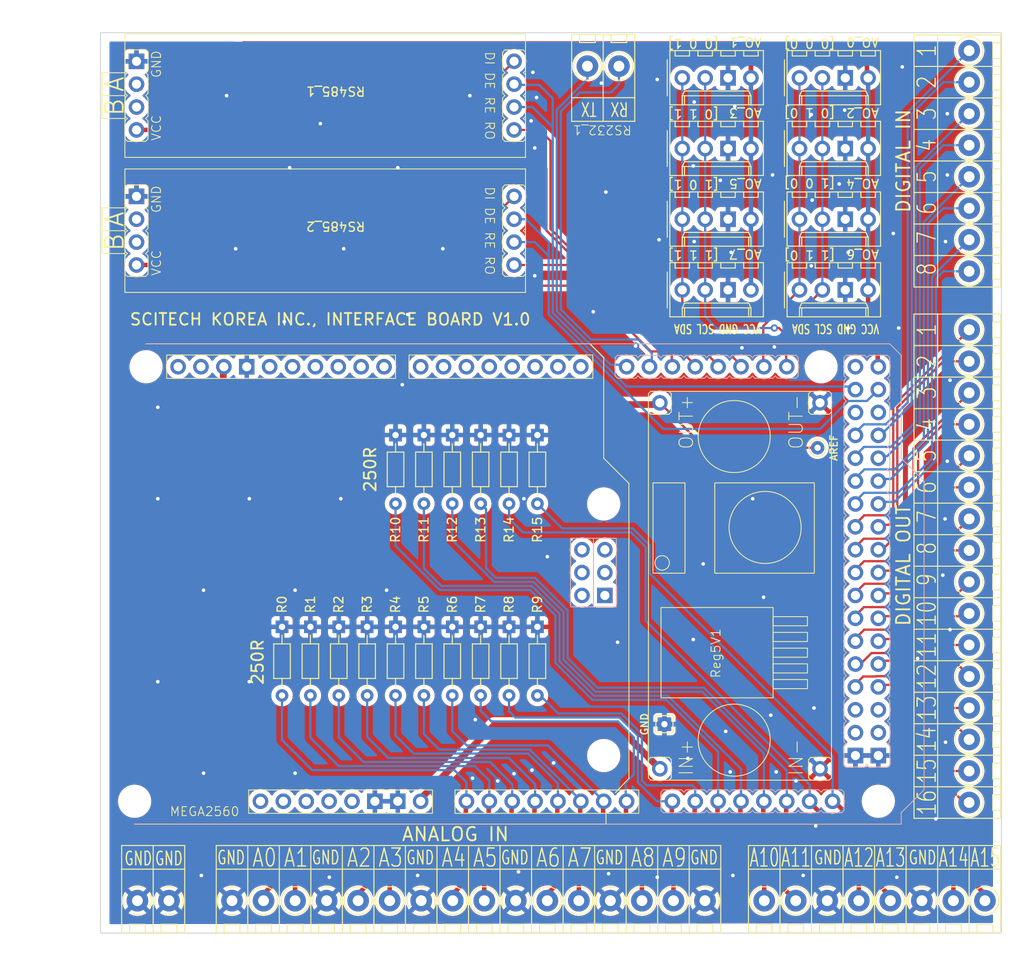
<source format=kicad_pcb>
(kicad_pcb (version 20221018) (generator pcbnew)

  (general
    (thickness 1.6)
  )

  (paper "A4")
  (layers
    (0 "F.Cu" signal)
    (31 "B.Cu" signal)
    (32 "B.Adhes" user "B.Adhesive")
    (33 "F.Adhes" user "F.Adhesive")
    (34 "B.Paste" user)
    (35 "F.Paste" user)
    (36 "B.SilkS" user "B.Silkscreen")
    (37 "F.SilkS" user "F.Silkscreen")
    (38 "B.Mask" user)
    (39 "F.Mask" user)
    (40 "Dwgs.User" user "User.Drawings")
    (41 "Cmts.User" user "User.Comments")
    (42 "Eco1.User" user "User.Eco1")
    (43 "Eco2.User" user "User.Eco2")
    (44 "Edge.Cuts" user)
    (45 "Margin" user)
    (46 "B.CrtYd" user "B.Courtyard")
    (47 "F.CrtYd" user "F.Courtyard")
    (48 "B.Fab" user)
    (49 "F.Fab" user)
    (50 "User.1" user)
    (51 "User.2" user)
    (52 "User.3" user)
    (53 "User.4" user)
    (54 "User.5" user)
    (55 "User.6" user)
    (56 "User.7" user)
    (57 "User.8" user)
    (58 "User.9" user)
  )

  (setup
    (stackup
      (layer "F.SilkS" (type "Top Silk Screen"))
      (layer "F.Paste" (type "Top Solder Paste"))
      (layer "F.Mask" (type "Top Solder Mask") (thickness 0.01))
      (layer "F.Cu" (type "copper") (thickness 0.035))
      (layer "dielectric 1" (type "core") (thickness 1.51) (material "FR4") (epsilon_r 4.5) (loss_tangent 0.02))
      (layer "B.Cu" (type "copper") (thickness 0.035))
      (layer "B.Mask" (type "Bottom Solder Mask") (thickness 0.01))
      (layer "B.Paste" (type "Bottom Solder Paste"))
      (layer "B.SilkS" (type "Bottom Silk Screen"))
      (copper_finish "None")
      (dielectric_constraints no)
    )
    (pad_to_mask_clearance 0)
    (aux_axis_origin 150 0)
    (pcbplotparams
      (layerselection 0x00010fc_ffffffff)
      (plot_on_all_layers_selection 0x0000000_00000000)
      (disableapertmacros false)
      (usegerberextensions false)
      (usegerberattributes true)
      (usegerberadvancedattributes true)
      (creategerberjobfile true)
      (dashed_line_dash_ratio 12.000000)
      (dashed_line_gap_ratio 3.000000)
      (svgprecision 4)
      (plotframeref false)
      (viasonmask false)
      (mode 1)
      (useauxorigin false)
      (hpglpennumber 1)
      (hpglpenspeed 20)
      (hpglpendiameter 15.000000)
      (dxfpolygonmode true)
      (dxfimperialunits true)
      (dxfusepcbnewfont true)
      (psnegative false)
      (psa4output false)
      (plotreference true)
      (plotvalue true)
      (plotinvisibletext false)
      (sketchpadsonfab false)
      (subtractmaskfromsilk false)
      (outputformat 1)
      (mirror false)
      (drillshape 0)
      (scaleselection 1)
      (outputdirectory "gerber/")
    )
  )

  (net 0 "")
  (net 1 "TX1")
  (net 2 "EN_485_1")
  (net 3 "RX1")
  (net 4 "TX2")
  (net 5 "A00")
  (net 6 "A01")
  (net 7 "A02")
  (net 8 "A03")
  (net 9 "A04")
  (net 10 "A05")
  (net 11 "A06")
  (net 12 "A07")
  (net 13 "A08")
  (net 14 "A09")
  (net 15 "A10")
  (net 16 "A11")
  (net 17 "A12")
  (net 18 "A13")
  (net 19 "A14")
  (net 20 "A15")
  (net 21 "VIN")
  (net 22 "AREF")
  (net 23 "GND")
  (net 24 "DO_00")
  (net 25 "DO_01")
  (net 26 "DO_02")
  (net 27 "DO_03")
  (net 28 "DO_04")
  (net 29 "DO_05")
  (net 30 "DO_06")
  (net 31 "DO_07")
  (net 32 "DO_08")
  (net 33 "DO_09")
  (net 34 "DO_10")
  (net 35 "DO_11")
  (net 36 "DO_12")
  (net 37 "DO_13")
  (net 38 "DO_14")
  (net 39 "DO_15")
  (net 40 "DI_00")
  (net 41 "DI_01")
  (net 42 "DI_02")
  (net 43 "DI_03")
  (net 44 "DI_04")
  (net 45 "DI_05")
  (net 46 "DI_06")
  (net 47 "DI_07")
  (net 48 "5V")
  (net 49 "SCL")
  (net 50 "SDA")
  (net 51 "EN_485_2")
  (net 52 "RX2")
  (net 53 "RX3")
  (net 54 "TX3")
  (net 55 "unconnected-(RS485_1-A-Pad6)")
  (net 56 "unconnected-(RS485_1-B-Pad7)")
  (net 57 "unconnected-(RS485_2-A-Pad6)")
  (net 58 "unconnected-(RS485_2-B-Pad7)")
  (net 59 "unconnected-(MEGA2560-PadSDA)")
  (net 60 "unconnected-(MEGA2560-PadSCL)")
  (net 61 "unconnected-(MEGA2560-SPI_SCK-PadSCK)")
  (net 62 "unconnected-(MEGA2560-SPI_RESET-PadRST2)")
  (net 63 "unconnected-(MEGA2560-RESET-PadRST1)")
  (net 64 "unconnected-(MEGA2560-SPI_MOSI-PadMOSI)")
  (net 65 "unconnected-(MEGA2560-SPI_MISO-PadMISO)")
  (net 66 "unconnected-(MEGA2560-IOREF-PadIORF)")
  (net 67 "unconnected-(MEGA2560-SPI_GND-PadGND4)")
  (net 68 "unconnected-(MEGA2560-D53_CS-PadD53)")
  (net 69 "unconnected-(MEGA2560-D52_SCK-PadD52)")
  (net 70 "unconnected-(MEGA2560-D51_MOSI-PadD51)")
  (net 71 "unconnected-(MEGA2560-D50_MISO-PadD50)")
  (net 72 "unconnected-(MEGA2560-PadD13)")
  (net 73 "unconnected-(MEGA2560-PadD12)")
  (net 74 "unconnected-(MEGA2560-PadD11)")
  (net 75 "unconnected-(MEGA2560-PadD10)")
  (net 76 "unconnected-(MEGA2560-PadD9)")
  (net 77 "unconnected-(MEGA2560-PadD8)")
  (net 78 "unconnected-(MEGA2560-PadD7)")
  (net 79 "unconnected-(MEGA2560-PadD6)")
  (net 80 "unconnected-(MEGA2560-PadD5)")
  (net 81 "unconnected-(MEGA2560-PadD4)")
  (net 82 "unconnected-(MEGA2560-D3_INT1-PadD3)")
  (net 83 "unconnected-(MEGA2560-D2_INT0-PadD2)")
  (net 84 "unconnected-(MEGA2560-D1{slash}TX0-PadD1)")
  (net 85 "unconnected-(MEGA2560-D0{slash}RX0-PadD0)")
  (net 86 "unconnected-(MEGA2560-5V-Pad5V3)")
  (net 87 "unconnected-(MEGA2560-SPI_5V-Pad5V2)")
  (net 88 "unconnected-(MEGA2560-5V-Pad5V1)")
  (net 89 "unconnected-(MEGA2560-3.3V-Pad3V3)")
  (net 90 "LED_2")
  (net 91 "LED_1")

  (footprint "ScitechKorea:Holder485" (layer "F.Cu") (at 125.91 70.8 90))

  (footprint "TestPoint:TestPoint_THTPad_D1.5mm_Drill0.7mm" (layer "F.Cu") (at 159.6 106.1 90))

  (footprint "ScitechKorea:Terminal_08" (layer "F.Cu") (at 153.675 156.4))

  (footprint "Resistor_THT:R_Axial_DIN0204_L3.6mm_D1.6mm_P7.62mm_Horizontal" (layer "F.Cu") (at 122.2 112.31 90))

  (footprint "Resistor_THT:R_Axial_DIN0204_L3.6mm_D1.6mm_P7.62mm_Horizontal" (layer "F.Cu") (at 119.05 112.31 90))

  (footprint "ScitechKorea:Terminal_02" (layer "F.Cu") (at 137.45 63.72 180))

  (footprint "Resistor_THT:R_Axial_DIN0204_L3.6mm_D1.6mm_P7.62mm_Horizontal" (layer "F.Cu") (at 125.35 112.31 90))

  (footprint "ScitechKorea:Holder485" (layer "F.Cu") (at 125.91 85.8 90))

  (footprint "Resistor_THT:R_Axial_DIN0204_L3.6mm_D1.6mm_P7.62mm_Horizontal" (layer "F.Cu") (at 115.9 133.61 90))

  (footprint "Resistor_THT:R_Axial_DIN0204_L3.6mm_D1.6mm_P7.62mm_Horizontal" (layer "F.Cu") (at 128.5 133.61 90))

  (footprint "ScitechKorea:I2C_Socket" (layer "F.Cu") (at 144.58 88.57))

  (footprint "ScitechKorea:Terminal_16" (layer "F.Cu") (at 94.6 156.4))

  (footprint "Resistor_THT:R_Axial_DIN0204_L3.6mm_D1.6mm_P7.62mm_Horizontal" (layer "F.Cu") (at 122.2 133.61 90))

  (footprint "Resistor_THT:R_Axial_DIN0204_L3.6mm_D1.6mm_P7.62mm_Horizontal" (layer "F.Cu") (at 125.35 133.61 90))

  (footprint "ScitechKorea:Terminal_16" (layer "F.Cu")
    (tstamp 82ba54e0-d9a3-4eb8-b16f-836390da95cf)
    (at 176.425 145.5 90)
    (property "Sheetfile" "megaPCB.kicad_sch")
    (property "Sheetname" "")
    (property "ki_description" "Generic screw terminal, single row, 01x16, script generated (kicad-library-utils/schlib/autogen/connector/)")
    (property "ki_keywords" "screw terminal")
    (path "/0a22604f-efdc-4349-aaa6-b8dfcb193ce4")
    (attr through_hole)
    (fp_text reference "J2" (at -6.1 -7.9 90 unlocked) (layer "F.SilkS") hide
        (effects (font (size 1 1) (thickness 0.1)))
      (tstamp 35139d77-017b-4936-a9a1-66e6e30b1ba5)
    )
    (fp_text value "Screw_Terminal_01x16" (at -6.1 -6.4 90 unlocked) (layer "F.Fab") hide
        (effects (font (size 1 1) (thickness 0.15)))
      (tstamp 93890ad7-21bd-4a77-93b8-0e8f63e71015)
    )
    (fp_text user "${REFERENCE}" (at 3.5 -4.8625 90) (layer "F.Fab")
        (effects (font (size 1 1) (thickness 0.15)))
      (tstamp 8269f258-0b3e-4053-9114-db944b6aed70)
    )
    (fp_line (start -1.75 -6.125) (end 54.25 -6.125)
      (stroke (width 0.12) (type solid)) (layer "F.SilkS") (tstamp 9c5f033d-d241-4000-a32f-090f75ffdff6))
    (fp_line (start -1.75 -3.5) (end -1.75 -6.125)
      (stroke (width 0.12) (type solid)) (layer "F.SilkS") (tstamp fa2a6b58-ada3-434c-86e3-235226c9d242))
    (fp_line (start -1.75 -3.5) (end -1.75 3.5)
      (stroke (width 0.12) (type solid)) (layer "F.SilkS") (tstamp f1329992-4e37-4aa2-be6a-064554492d32))
    (fp_line (start -1.75 -3.5) (end 54.25 -3.5)
      (stroke (width 0.12) (type solid)) (layer "F.SilkS") (tstamp 08afdbf9-77c4-4ca3-b46a-fd317d091ac7))
    (fp_line (start -1.75 3.5) (end 54.25 3.5)
      (stroke (width 0.12) (type solid)) (layer "F.SilkS") (tstamp 23e66bb2-a647-48c5-8542-2599a0247bb2))
    (fp_line (start -0.875 2.625) (end 0.875 2.625)
      (stroke (width 0.12) (type solid)) (layer "F.SilkS") (tstamp 7bcad752-1c77-423c-8841-cf588c73dd16))
    (fp_line (start -0.875 3.5) (end -0.875 2.625)
      (stroke (width 0.12) (type solid)) (layer "F.SilkS") (tstamp d8a86204-da31-428a-91a6-d84aa8e06daf))
    (fp_line (start 0.875 2.625) (end 0.875 3.5)
      (stroke (width 0.12) (type solid)) (layer "F.SilkS") (tstamp a94d1be1-5d3e-4478-9b9b-3df263765cc1))
    (fp_line (start 1.75 -6.125) (end 1.75 3.5)
      (stroke (width 0.12) (type solid)) (layer "F.SilkS") (tstamp 39051a52-0297-462a-99a8-cf2cb412fac7))
    (fp_line (start 2.625 2.625) (end 4.375 2.625)
      (stroke (width 0.12) (type solid)) (layer "F.SilkS") (tstamp 41b611a5-cb82-4f6a-a8dd-c4d07dc3d7db))
    (fp_line (start 2.625 3.5) (end 2.625 2.625)
      (stroke (width 0.12) (type solid)) (layer "F.SilkS") (tstamp dd18f381-2044-4e35-bd7a-8858ecab9fb5))
    (fp_line (start 4.375 2.625) (end 4.375 3.5)
      (stroke (width 0.12) (type solid)) (layer "F.SilkS") (tstamp 54f65a5a-ea43-4226-811e-82dac2064cc5))
    (fp_line (start 5.25 -6.125) (end 5.25 3.5)
      (stroke (width 0.12) (type solid)) (layer "F.SilkS") (tstamp 5fd48d34-d535-42a1-9176-5438df76bf51))
    (fp_line (start 6.125 2.625) (end 7.875 2.625)
      (stroke (width 0.12) (type solid)) (layer "F.SilkS") (tstamp 3ef2a0c3-9b14-49a7-ac23-6801ec6d404b))
    (fp_line (start 6.125 3.5) (end 6.125 2.625)
      (stroke (width 0.12) (type solid)) (layer "F.SilkS") (tstamp 03734158-0007-4fca-b6ab-d7c9a78dbad7))
    (fp_line (start 7.875 2.625) (end 7.875 3.5)
      (stroke (width 0.12) (type solid)) (layer "F.SilkS") (tstamp 3ddb5a8d-b4b5-4ef5-b2f1-09bcba19b399))
    (fp_line (start 8.75 -6.125) (end 8.75 3.5)
      (stroke (width 0.12) (type solid)) (layer "F.SilkS") (tstamp e317076b-2557-4fe8-a1ed-a1347e4bf7b7))
    (fp_line (start 9.625 2.625) (end 11.375 2.625)
      (stroke (width 0.12) (type solid)) (layer "F.SilkS") (tstamp d4978c4a-92c1-4dc7-a7b4-5a066d5ef432))
    (fp_line (start 9.625 3.5) (end 9.625 2.625)
      (stroke (width 0.12) (type solid)) (layer "F.SilkS") (tstamp c7b410bc-867a-4697-85a8-55393135f722))
    (fp_line (start 11.375 2.625) (end 11.375 3.5)
      (stroke (width 0.12) (type solid)) (layer "F.SilkS") (tstamp eabd3541-4b7a-4774-bd1a-91098f91bc43))
    (fp_line (start 12.25 -6.125) (end 12.25 3.5)
      (stroke (width 0.12) (type solid)) (layer "F.SilkS") (tstamp 0fa236aa-a9bb-4d98-acb6-eb3f057204c6))
    (fp_line (start 13.125 2.625) (end 14.875 2.625)
      (stroke (width 0.12) (type solid)) (layer "F.SilkS") (tstamp 9daa59bb-fcc1-4689-9df8-6861d7bafa28))
    (fp_line (start 13.125 3.5) (end 13.125 2.625)
      (stroke (width 0.12) (type solid)) (layer "F.SilkS") (tstamp 100d3f62-6421-4fbf-8b48-ae523f4863df))
    (fp_line (start 14.875 2.625) (end 14.875 3.5)
      (stroke (width 0.12) (type solid)) (layer "F.SilkS") (tstamp 5f44dbb4-6745-4f50-94a1-c7f9a7692501))
    (fp_line (start 15.75 -6.125) (end 15.75 3.5)
      (stroke (width 0.12) (type solid)) (layer "F.SilkS") (tstamp c1e67808-6184-4080-b8fc-e4b55592a3bb))
    (fp_line (start 16.625 2.625) (end 18.375 2.625)
      (stroke (width 0.12) (type solid)) (layer "F.SilkS") (tstamp 9c14edec-02ea-4096-841c-4d76e66a6d1b))
    (fp_line (start 16.625 3.5) (end 16.625 2.625)
      (stroke (width 0.12) (type solid)) (layer "F.SilkS") (tstamp d91e5d51-e674-48e2-adbf-54d64b69ba58))
    (fp_line (start 18.375 2.625) (end 18.375 3.5)
      (stroke (width 0.12) (type solid)) (layer "F.SilkS") (tstamp 43bf2c1d-7305-48c8-a2ee-614b71544ad8))
    (fp_line (start 19.25 -6.125) (end 19.25 3.5)
      (stroke (width 0.12) (type solid)) (layer "F.SilkS") (tstamp 5aafc7eb-62af-48f2-9c21-1dfe0d25b4c6))
    (fp_line (start 20.125 2.625) (end 21.875 2.625)
      (stroke (width 0.12) (type solid)) (layer "F.SilkS") (tstamp a4cca183-6c7c-41ec-830b-04b493464aa8))
    (fp_line (start 20.125 3.5) (end 20.125 2.625)
      (stroke (width 0.12) (type solid)) (layer "F.SilkS") (tstamp 839d9fff-93d4-4f9b-83d1-dab7c03c3bfc))
    (fp_line (start 21.875 2.625) (end 21.875 3.5)
      (stroke (width 0.12) (type solid)) (layer "F.SilkS") (tstamp 832a0668-8221-44e1-87af-2382bbcd4538))
    (fp_line (start 22.75 -6.125) (end 22.75 3.5)
      (stroke (width 0.12) (type solid)) (layer "F.SilkS") (tstamp de920423-d1c2-43c2-9d03-2cfc8c22c86f))
    (fp_line (start 23.625 2.625) (end 25.375 2.625)
      (stroke (width 0.12) (type solid)) (layer "F.SilkS") (tstamp e0dab445-9eec-4697-8bde-28cb65a64bb3))
    (fp_line (start 23.625 3.5) (end 23.625 2.625)
      (stroke (width 0.12) (type solid)) (layer "F.SilkS") (tstamp d845520d-a4fb-46b8-9f82-4ba8c38a36ff))
    (fp_line (start 25.375 2.625) (end 25.375 3.5)
      (stroke (width 0.12) (type solid)) (layer "F.SilkS") (tstamp dc883ddd-ee99-439a-a18a-75c980c6ee52))
    (fp_line (start 26.25 -6.125) (end 26.25 3.5)
      (stroke (width 0.12) (type solid)) (layer "F.SilkS") (tstamp c8fc3096-e7c1-4307-92c8-6ff448634727))
    (fp_line (start 27.125 2.625) (end 28.875 2.625)
      (stroke (width 0.12) (type solid)) (layer "F.SilkS") (tstamp 4097f69e-2bd5-412f-9a42-ed32adc2deb6))
    (fp_line (start 27.125 3.5) (end 27.125 2.625)
      (stroke (width 0.12) (type solid)) (layer "F.SilkS") (tstamp b156c731-2857-4292-a096-39d5cde6b472))
    (fp_line (start 28.875 2.625) (end 28.875 3.5)
      (stroke (width 0.12) (type solid)) (layer "F.SilkS") (tstamp 84c688f7-b3d5-430d-b6fa-fde2039f361d))
    (fp_line (start 29.75 -6.125) (end 29.75 3.5)
      (stroke (width 0.12) (type solid)) (layer "F.SilkS") (tstamp 5d4a4e7e-4223-4afa-a2d4-58d36a4f3128))
    (fp_line (start 30.625 2.625) (end 32.375 2.625)
      (stroke (width 0.12) (type solid)) (layer "F.SilkS") (tstamp 869b418d-cf9c-415a-bbca-f6fad4fad2a4))
    (fp_line (start 30.625 3.5) (end 30.625 2.625)
      (stroke (width 0.12) (type solid)) (layer "F.SilkS") (tstamp 247d828d-2ea6-45c5-9e55-ce3612b0f0cc))
    (fp_line (start 32.375 2.625) (end 32.375 3.5)
      (stroke (width 0.12) (type solid)) (layer "F.SilkS") (tstamp dcd7fb77-9231-461a-8acc-a95f314b4bfb))
    (fp_line (start 33.25 -6.125) (end 33.25 2.625)
      (stroke (width 0.12) (type solid)) (layer "F.SilkS") (tstamp ff47d419-5157-4c74-afe8-77da9f644c22))
    (fp_line (start 33.25 2.625) (end 33.25 3.5)
      (stroke (width 0.12) (type solid)) (layer "F.SilkS") (tstamp 338473d0-0455-4e88-aecc-9bc082d26e44))
    (fp_line (start 34.125 2.625) (end 35.875 2.625)
      (stroke (width 0.12) (type solid)) (layer "F.SilkS") (tstamp 45b540ca-6199-4142-861e-562714fef5e7))
    (fp_line (start 34.125 3.5) (end 34.125 2.625)
      (stroke (width 0.12) (type solid)) (layer "F.SilkS") (tstamp aa05f9a2-c1c3-4d93-9cba-5e84f0ae13bf))
    (fp_line (start 35.875 2.625) (end 35.875 3.5)
      (stroke (width 0.12) (type solid)) (layer "F.SilkS") (tstamp a6822e40-10ee-46e7-bcd8-c4939121af94))
    (fp_line (start 36.75 -6.125) (end 36.75 3.5)
      (stroke (width 0.12) (type solid)) (layer "F.SilkS") (tstamp 94d5e88a-4c6a-4786-8949-6e99ec7ba43d))
    (fp_line (start 37.625 2.625) (end 39.375 2.625)
      (stroke (width 0.12) (type solid)) (layer "F.SilkS") (tstamp 7465fb52-1638-4e88-8123-c5605d4b4eed))
    (fp_line (start 37.625 3.5) (end 37.625 2.625)
      (stroke (width 0.12) (type solid)) (layer "F.SilkS") (tstamp f490ef13-9e19-4f75-bdd3-d58e610e16fc))
    (fp_line (start 39.375 2.625) (end 39.375 3.5)
      (stroke (width 0.12) (type solid)) (layer "F.SilkS") (tstamp 124c379f-3596-489e-aaf3-9558ddc43a34))
    (fp_line (start 40.25 -6.125) (end 40.25 3.5)
      (stroke (width 0.12) (type solid)) (layer "F.SilkS") (tstamp 2769c7d6-dd36-423c-98a9-1f4136f2b50c))
    (fp_line (start 41.125 2.625) (end 42.875 2.625)
      (stroke (width 0.12) (type solid)) (layer "F.SilkS") (tstamp ce4a8778-611d-49fa-b67c-51ebc598ba18))
    (fp_line (start 41.125 3.5) (end 41.125 2.625)
      (stroke (width 0.12) (type solid)) (layer "F.SilkS") (tstamp 24b37d74-50ec-49e7-bfc0-2c6535f43ec9))
    (fp_line (start 42.875 2.625) (end 42.875 3.5)
      (stroke (width 0.12) (type solid)) (layer "F.SilkS") (tstamp 1da8847e-7d75-4496-9436-5d3602261fa2))
    (fp_line (start 43.75 -6.125) (end 43.75 3.5)
      (stroke (width 0.12) (type solid)) (layer "F.SilkS") (tstamp d5b4ffe8-4352-4008-9e7f-f26a303ed51b))
    (fp_line (start 44.625 2.625) (end 46.375 2.625)
      (stroke (width 0.12) (type solid)) (layer "F.SilkS") (tstamp e7e23770-005d-4a23-90e5-313a99a7ced7))
    (fp_line (start 44.625 3.5) (end 44.625 2.625)
      (stroke (width 0.12) (type solid)) (layer "F.SilkS") (tstamp b2a80f35-14d9-4492-a310-4ffaf2bab03f))
    (fp_line (start 46.375 2.625) (end 46.375 3.5)
      (stroke (width 0.12) (type solid)) (layer "F.SilkS") (tstamp ad71e2e2-002a-4767-a604-9ff80be10e30))
    (fp_line (start 47.25 -6.125) (end 47.25 3.5)
      (stroke (width 0.12) (type solid)) (layer "F.SilkS") (tstamp a08a2bd5-329d-42c2-95f3-3f1ef234894c))
    (fp_line (start 48.125 2.625) (end 49.875 2.625)
      (stroke (width 0.12) (type solid)) (layer "F.SilkS") (tstamp 5afa3da2-16a3-48fb-af80-244ee313faf1))
    (fp_line (start 48.125 3.5) (end 48.125 2.625)
      (stroke (width 0.12) (type solid)) (layer "F.SilkS") (tstamp 5d1090ba-14cb-4b14-b19e-7bd00c30843e))
    (fp_line (start 49.875 2.625) (end 49.875 3.5)
      (stroke (width 0.12) (type solid)) (layer "F.SilkS") (tstamp aac39643-3e1f-41fe-ae9f-0c3f4ff1f7aa))
    (fp_line (start 50.75 -6.125) (end 50.75 3.5)
      (stroke (width 0.12) (type solid)) (layer "F.SilkS") (tstamp 4ef3c708-98fa-4e56-9f1a-38f5cf6827a8))
    (fp_line (start 51.625 2.625) (end 53.375 2.625)
      (stroke (width 0.12) (type solid)) (layer "F.SilkS") (tstamp 41c5a88a-eedf-4247-857b-c0c7dd78860b))
    (fp_line (start 51.625 3.5) (end 51.625 2.625)
      (stroke (width 0.12) (type solid)) (layer "F.SilkS") (tstamp fb8b4ab5-ad2b-4253-8fdb-4301eb34ed3d))
    (fp_line (start 53.375 2.625) (end 53.375 3.5)
      (stroke (width 0.12) (type solid)) (layer "F.SilkS") (tstamp 7d30b97c-2b05-43bb-b1f3-2aaeb86c5654))
    (fp_line (start 54.25 -6.125) (end 54.25 -3.5)
      (stroke (width 0.12) (type solid)) (layer "F.SilkS") (tstamp 0c9725be-1871-42f2-8589-f67095bcb3e7))
    (fp_line (start 54.25 -3.5) (end 54.25 3.5)
      (stroke (width 0.12) (type solid)) (layer "F.SilkS") (tstamp e31b8b4a-8d54-4218-85c0-ef7d3321d5da))
    (fp_circle (center 0 0.0056) (end 1.555 0.0056)
      (stroke (width 0.12) (type solid)) (fill none) (layer "F.SilkS") (tstamp 82c82b69-b45a-4f78-955e-a57d0a43f427))
    (fp_circle (center 3.5 0) (end 5.055 0)
      (stroke (width 0.12) (type solid)) (fill none) (layer "F.SilkS") (tstamp cd9eee93-0c34-4e66-b426-5e8835b2b909))
    (fp_circle (center 7 0) (end 8.555 0)
      (stroke (width 0.12) (type solid)) (fill none) (layer "F.SilkS") (tstamp 1227902c-32b3-4fc2-b7a1-1479471a8285))
    (fp_circle (center 10.5 0) (end 12.055 0)
      (stroke (width 0.12) (type solid)) (fill none) (layer "F.SilkS") (tstamp 6a56f6b2-a6ea-48e0-a5e5-a8de2ee17645))
    (fp_circle (center 14 0) (end 15.555 0)
      (stroke (width 0.12) (type solid)) (fill none) (layer "F.SilkS") (tstamp 4d9b7b41-f46e-4b83-a22a-0c48357d4435))
    (fp_circle (center 17.5 0) (end 19.055 0)
      (stroke (width 0.12) (type solid)) (fill none) (layer "F.SilkS") (tstamp 1be20118-1c88-4c09-9bde-ec56484dbfc1))
    (fp_circle (center 21 0) (end 22.555 0)
      (stroke (width 0.12) (type solid)) (fill none) (layer "F.SilkS") (tstamp 76829dd2-5d7c-4871-af5d-53f76ae39fe8))
    (fp_circle (center 24.5 0) (end 26.055 0)
      (stroke (width 0.12) (type solid)) (fill none) (layer "F.SilkS") (tstamp d9aacc38-4527-421d-a299-430d02c21138))
    (fp_circle (center 28 0) (end 29.555 0)
      (stroke (width 0.12) (type solid)) (fill none) (layer "F.SilkS") (tstamp d6eb423d-e7ba-4f71-985d-d2c21ab73c2d))
    (fp_circle (center 31.5 0) (end 33.055 0)
      (stroke (width 0.12) (type solid)) (fill none) (layer "F.SilkS") (tstamp b4c43937-dd61-4086-b550-f27dc809c55c))
    (fp_circle (center 35 0) (end 36.555 0)
      (stroke (width 0.12) (type solid)) (fill none) (layer "F.SilkS") (tstamp bcfd142b-d010-444b-8f74-7941f4521956))
    (fp_circle (center 38.5 0) (end 40.055 0)
      (stroke (width 0.12) (type solid)) (fill none) (layer "F.SilkS") (tstamp f9aa4e51-e847-4499-8c2c-502d3cea0c04))
    (fp_circle (center 42 0) (end 43.555 0)
      (stroke (width 0.12) (type solid)) (fill none) (layer "F.SilkS") (tstamp 7bb68415-ecbb-4646-91f6-9f5d43e53b60))
    (fp_circle (center 45.5 0) (end 47.055 0)
      (stroke (width 0.12) (type solid)) (fill none) (layer "F.SilkS") (tstamp d2a58fad-a36f-453b-9d16-4a4d0c18a5af))
    (fp_circle (center 49 0) (end 50.555 0)
      (stroke (width 0.12) (type solid)) (fill none) (layer "F.SilkS") (tstamp 8b2c6d71-0d89-4be4-919d-a063f8c3ed3a))
    (fp_circle (center 52.5 0) (end 54.055 0)
      (stroke (width 0.12) (type solid)) (fill none) (layer "F.SilkS") (tstamp 364f19b8-72c7-4cac-a70f-ee4c97f34821))
    (fp_line (start -1.85 -3.6) (end -1.85 3.6)
      (stroke (width 0.05) (type solid)) (layer "F.CrtYd") (tstamp 7cbf74ee-4acb-412f-8cad-5904fa163fde))
    (fp_line (start -1.85 3.6) (end 54.35 3.6)
      (stroke (width 0.05) (type solid)) (layer "F.CrtYd") (tstamp ac5f3a83-af8d-4a57-9f19-9f6a5176ac2f))
    (fp_line (start 54.35 -3.6) (end -1.85 -3.6)
      (stroke (width 0.05) (type solid)) (layer "F.CrtYd") (tstamp 3aebe942-7822-4582-aada-dd8f741085e8))
    (fp_line (start 54.35 3.6) (end 54.35 -3.6)
      (stroke (width 0.05) (type solid)) (layer "F.CrtYd") (tstamp 3bf6c1b1-65c7-4269-bca7-47d735440d74))
    (fp_line (start -1.7 -3.4) (end 54.2 -3.4)
      (stroke (width 0.1) (type solid)) (layer "F.Fab") (tstamp f5d54fd2-cd8d-4507-aa4b-4e07619ce1c1))
    (fp_line (start -1.7 3.4) (end -1.7 -3.4)
      (stroke (width 0.1) (type solid)) (layer "F.Fab") (tstamp 97cbe4d4-3a8a-45ae-87fe-02f2ac5d4c1b))
    (fp_line (start -1.7 3.4) (end 54.2 3.4)
      (stroke (width 0.1) (type solid)) (layer "F.Fab") (tstamp bfe3873e-0fb4-40b2-b7bd-d752391d8f69))
    (fp_line (start -1.1 -0.069) (end -0.069 -0.069)
      (stroke (width 0.1) (type solid)) (layer "F.Fab") (tstamp b4e4de86-a2e5-4225-9cbe-494d0e2b870e))
    (fp_line (start -1.1 0.069) (end -1.1 -0.069)
      (stroke (width 0.1) (type solid)) (layer "F.Fab") (tstamp 62fb1aed-8be9-4abd-99ec-7d8ca3de9985))
    (fp_line (start -0.069 -1.1) (end 0.069 -1.1)
      (stroke (width 0.1) (type solid)) (layer "F.Fab") (tstamp 344d5b70-16c9-4576-affa-9ae96d921365))
    (fp_line (start -0.069 -0.069) (end -0.069 -1.1)
      (stroke (width 0.1) (type solid)) (layer "F.Fab") (tstamp 62fdf183-6c57-4814-b188-13d289a8ecdd))
    (fp_line (start -0.069 0.069) (end -1.1 0.069)
      (stroke (width 0.1) (type solid)) (layer "F.Fab") (tstamp 1c6c1a2c-8528-4b3c-af93-7015f83ddd17))
    (fp_line (start -0.069 1.1) (end -0.069 0.069)
      (stroke (width 0.1) (type solid)) (layer "F.Fab") (tstamp e88a8d31-86ee-481f-ac94-2b08cdc013ef))
    (fp_line (start 0.069 -1.1) (end 0.069 -0.069)
      (stroke (width 0.1) (type solid)) (layer "F.Fab") (tstamp ca1d2f86-d6f8-48b3-80ea-fc75d4bf8c6d))
    (fp_line (start 0.069 -0.069) (end 1.1 -0.069)
      (stroke (width 0.1) (type solid)) (layer "F.Fab") (tstamp eef2fb05-93ad-4320-9ea8-b4ea14f3fbb1))
    (fp_line (start 0.069 0.069) (end 0.069 1.1)
      (stroke (width 0.1) (type solid)) (layer "F.Fab") (tstamp 7abfddb5-2868-4284-954c-141d7337aa41))
    (fp_line (start 0.069 1.1) (end -0.069 1.1)
      (stroke (width 0.1) (type solid)) (layer "F.Fab") (tstamp 30e0aa1d-dac7-485c-acd5-79661c5dd3e4))
    (fp_line (start 1.1 -0.069) (end 1.1 0.069)
      (stroke (width 0.1) (type solid)) (layer "F.Fab") (tstamp c012df61-b10d-4ca9-8d04-2d2dc7f4de50))
    (fp_line (start 1.1 0.069) (end 0.069 0.069)
      (stroke (width 0.1) (type solid)) (layer "F.Fab") (tstamp 2c41d123-54c1-489b-acd7-bbf2160cad7b))
    (fp_line (start 2.4 -0.069) (end 3.431 -0.069)
      (stroke (width 0.1) (type solid)) (layer "F.Fab") (tstamp d1ed4a6f-e04e-4bae-9de4-99aee704eafb))
    (fp_line (start 2.4 0.069) (end 2.4 -0.069)
      (stroke (width 0.1) (type solid)) (layer "F.Fab") (tstamp 828552fe-e919-4ffc-b6bc-78ab4c227a1a))
    (fp_line (start 3.431 -1.1) (end 3.569 -1.1)
      (stroke (width 0.1) (type solid)) (layer "F.Fab") (tstamp 98982534-21f8-4208-a059-d65d6a05db88))
    (fp_line (start 3.431 -0.069) (end 3.431 -1.1)
      (stroke (width 0.1) (type solid)) (layer "F.Fab") (tstamp 74eeed57-9d61-4ddc-92a2-a33b5817cde7))
    (fp_line (start 3.431 0.069) (end 2.4 0.069)
      (stroke (width 0.1) (type solid)) (layer "F.Fab") (tstamp d4d879a1-cbda-41e6-9168-cf7d2ce27991))
    (fp_line (start 3.431 1.1) (end 3.431 0.069)
      (stroke (width 0.1) (type solid)) (layer "F.Fab") (tstamp 04432a53-045a-4111-9961-0fbb5a53e199))
    (fp_line (start 3.569 -1.1) (end 3.569 -0.069)
      (stroke (width 0.1) (type solid)) (layer "F.Fab") (tstamp fabea8af-2c1f-4026-a69b-ca9b9a659970))
    (fp_line (start 3.569 -0.069) (end 4.6 -0.069)
      (stroke (width 0.1) (type solid)) (layer "F.Fab") (tstamp 7e30e610-d068-477c-9ee8-34221ea7b378))
    (fp_line (start 3.569 0.069) (end 3.569 1.1)
      (stroke (width 0.1) (type solid)) (layer "F.Fab") (tstamp 2007175b-0d63-4680-8345-8ddf9d0eb40b))
    (fp_line (start 3.569 1.1) (end 3.431 1.1)
      (stroke (width 0.1) (type solid)) (layer "F.Fab") (tstamp b5774d88-bde0-4a01-8781-dc0c001af9ef))
    (fp_line (start 4.6 -0.069) (end 4.6 0.069)
      (stroke (width 0.1) (type solid)) (layer "F.Fab") (tstamp 55e5f508-e5ab-4b04-ad51-408dd898e075))
    (fp_line (start 4.6 0.069) (end 3.569 0.069)
      (stroke (width 0.1) (type solid)) (layer "F.Fab") (tstamp 4adc73f0-4cf8-4875-bba3-27c23a802d5a))
    (fp_line (start 5.9 -0.069) (end 6.931 -0.069)
      (stroke (width 0.1) (type solid)) (layer "F.Fab") (tstamp f66473c3-18fa-4b9c-8745-a5bf1bbd658a))
    (fp_line (start 5.9 0.069) (end 5.9 -0.069)
      (stroke (width 0.1) (type solid)) (layer "F.Fab") (tstamp 0c4e5d5d-e4d3-4b04-a45a-83fdd0a3f021))
    (fp_line (start 6.931 -1.1) (end 7.069 -1.1)
      (stroke (width 0.1) (type solid)) (layer "F.Fab") (tstamp 5210df8d-f3df-4677-831a-ed8c0554329a))
    (fp_line (start 6.931 -0.069) (end 6.931 -1.1)
      (stroke (width 0.1) (type solid)) (layer "F.Fab") (tstamp 51791ff4-0bd5-4533-9f6e-da00407211d3))
    (fp_line (start 6.931 0.069) (end 5.9 0.069)
      (stroke (width 0.1) (type solid)) (layer "F.Fab") (tstamp 26a3db4a-e96e-4723-8a81-9b22de359164))
    (fp_line (start 6.931 1.1) (end 6.931 0.069)
      (stroke (width 0.1) (type solid)) (layer "F.Fab") (tstamp f136981d-db64-49c7-a745-8d965fd0084f))
    (fp_line (start 7.069 -1.1) (end 7.069 -0.069)
      (stroke (width 0.1) (type solid)) (layer "F.Fab") (tstamp 30e15d00-5020-4238-ab54-9e2549a42295))
    (fp_line (start 7.069 -0.069) (end 8.1 -0.069)
      (stroke (width 0.1) (type solid)) (layer "F.Fab") (tstamp 2ac7d418-8128-45a5-a65f-ea10f4d1fc39))
    (fp_line (start 7.069 0.069) (end 7.069 1.1)
      (stroke (width 0.1) (type solid)) (layer "F.Fab") (tstamp 15169e7a-8122-47b8-868c-c2eafeca90f4))
    (fp_line (start 7.069 1.1) (end 6.931 1.1)
      (stroke (width 0.1) (type solid)) (layer "F.Fab") (tstamp df034f3c-5e8b-4850-865d-6fb9779fa1dc))
    (fp_line (start 8.1 -0.069) (end 8.1 0.069)
      (stroke (width 0.1) (type solid)) (layer "F.Fab") (tstamp 7ae13ec9-7b4d-45cb-8820-1729ac9a35ae))
    (fp_line (start 8.1 0.069) (end 7.069 0.069)
      (stroke (width 0.1) (type solid)) (layer "F.Fab") (tstamp 09297288-786f-41ec-8110-a7d55ef0b763))
    (fp_line (start 9.4 -0.069) (end 10.431 -0.069)
      (stroke (width 0.1) (type solid)) (layer "F.Fab") (tstamp b6c366c0-ae27-4b30-8f12-cfa9987f8a90))
    (fp_line (start 9.4 0.069) (end 9.4 -0.069)
      (stroke (width 0.1) (type solid)) (layer "F.Fab") (tstamp 29ca131d-5a9c-484e-af87-66fa59b77b0d))
    (fp_line (start 10.431 -1.1) (end 10.569 -1.1)
      (stroke (width 0.1) (type solid)) (layer "F.Fab") (tstamp 85f864f2-1d3f-44d7-aa97-6633dd1ba3e7))
    (fp_line (start 10.431 -0.069) (end 10.431 -1.1)
      (stroke (width 0.1) (type solid)) (layer "F.Fab") (tstamp 3c685ade-c92d-4744-8b9e-93f58bd72d56))
    (fp_line (start 10.431 0.069) (end 9.4 0.069)
      (stroke (width 0.1) (type solid)) (layer "F.Fab") (tstamp ce9d147d-474a-4e44-8c3b-aefe2a53b62c))
    (fp_line (start 10.431 1.1) (end 10.431 0.069)
      (stroke (width 0.1) (type solid)) (layer "F.Fab") (tstamp ded5a838-79b0-4649-b773-14ca651e1862))
    (fp_line (start 10.569 -1.1) (end 10.569 -0.069)
      (stroke (width 0.1) (type solid)) (layer "F.Fab") (tstamp 0bc2f808-08ec-44db-960f-e00452c752e9))
    (fp_line (start 10.569 -0.069) (end 11.6 -0.069)
      (stroke (width 0.1) (type solid)) (layer "F.Fab") (tstamp 071ac2a5-fdbd-4bed-87bd-fa4c98d2d229))
    (fp_line (start 10.569 0.069) (end 10.569 1.1)
      (stroke (width 0.1) (type solid)) (layer "F.Fab") (tstamp 74ce4bc5-e051-400e-976c-c1fcfe383a25))
    (fp_line (start 10.569 1.1) (end 10.431 1.1)
      (stroke (width 0.1) (type solid)) (layer "F.Fab") (tstamp 99274825-6e7d-4cad-8284-ea80750913ec))
    (fp_line (start 11.6 -0.069) (end 11.6 0.069)
      (stroke (width 0.1) (type solid)) (layer "F.Fab") (tstamp ed7aa672-a7c0-4fd2-bdb7-769554b0b8fb))
    (fp_line (start 11.6 0.069) (end 10.569 0.069)
      (stroke (width 0.1) (type solid)) (layer "F.Fab") (tstamp da788187-9073-4bd8-bf2f-c98ec315aeb5))
    (fp_line (start 12.9 -0.069) (end 13.931 -0.069)
      (stroke (width 0.1) (type solid)) (layer "F.Fab") (tstamp 8820c61d-c410-40c4-a16e-9a68d0991dde))
    (fp_line (start 12.9 0.069) (end 12.9 -0.069)
      (stroke (width 0.1) (type solid)) (layer "F.Fab") (tstamp f4ae155b-b3b6-4b83-abf7-c5d834449c1b))
    (fp_line (start 13.931 -1.1) (end 14.069 -1.1)
      (stroke (width 0.1) (type solid)) (layer "F.Fab") (tstamp 051ab3ca-2c4f-401f-8f0f-54929cd69b7f))
    (fp_line (start 13.931 -0.069) (end 13.931 -1.1)
      (stroke (width 0.1) (type solid)) (layer "F.Fab") (tstamp e09e8ebc-952e-4ded-967d-bab9a5b90828))
    (fp_line (start 13.931 0.069) (end 12.9 0.069)
      (stroke (width 0.1) (type solid)) (layer "F.Fab") (tstamp 31cd4a6c-a87e-4241-8de2-e1516550e297))
    (fp_line (start 13.931 1.1) (end 13.931 0.069)
      (stroke (width 0.1) (type solid)) (layer "F.Fab") (tstamp 434cb87a-c73c-4462-bdad-6bf845c35aa5))
    (fp_line (start 14.069 -1.1) (end 14.069 -0.069)
      (stroke (width 0.1) (type solid)) (layer "F.Fab") (tstamp 6f3b8372-15df-4786-b460-e92c0eb37a4f))
    (fp_line (start 14.069 -0.069) (end 15.1 -0.069)
      (stroke (width 0.1) (type solid)) (layer "F.Fab") (tstamp dba0313d-7333-4cf7-af12-64d8cc298b68))
    (fp_line (start 14.069 0.069) (end 14.069 1.1)
      (stroke (width 0.1) (type solid)) (layer "F.Fab") (tstamp fa17762a-ad83-476b-97ff-cc06a079d7ee))
    (fp_line (start 14.069 1.1) (end 13.931 1.1)
      (stroke (width 0.1) (type solid)) (layer "F.Fab") (tstamp 533c1721-a252-4d39-8059-7a0d2999a944))
    (fp_line (start 15.1 -0.069) (end 15.1 0.069)
      (stroke (width 0.1) (type solid)) (layer "F.Fab") (tstamp 557448ea-4c9f-4c6c-a917-36e54b1b43e5))
    (fp_line (start 15.1 0.069) (end 14.069 0.069)
      (stroke (width 0.1) (type solid)) (layer "F.Fab") (tstamp e007e509-708b-4d11-a175-238fa18877fa))
    (fp_line (start 16.4 -0.069) (end 17.431 -0.069)
      (stroke (width 0.1) (type solid)) (layer "F.Fab") (tstamp 0ac0edd7-dd11-4821-be63-8f2c8f028d97))
    (fp_line (start 16.4 0.069) (end 16.4 -0.069)
      (stroke (width 0.1) (type solid)) (layer "F.Fab") (tstamp 128e208a-a527-4ecb-91d8-29961e61263a))
    (fp_line (start 17.431 -1.1) (end 17.569 -1.1)
      (stroke (width 0.1) (type solid)) (layer "F.Fab") (tstamp 730f52c4-08ee-47ba-ac7a-e9206b35100a))
    (fp_line (start 17.431 -0.069) (end 17.431 -1.1)
      (stroke (width 0.1) (type solid)) (layer "F.Fab") (tstamp 5103b0c8-95e1-4893-8328-a66e0a15cf5c))
    (fp_line (start 17.431 0.069) (end 16.4 0.069)
      (stroke (width 0.1) (type solid)) (layer "F.Fab") (tstamp 0dc2a7ce-2ae6-495d-b7af-b4f29268a166))
    (fp_line (start 17.431 1.1) (end 17.431 0.069)
      (stroke (width 0.1) (type solid)) (layer "F.Fab") (tstamp 055b4d7c-f131-4867-abfa-869815824281))
    (fp_line (start 17.569 -1.1) (end 17.569 -0.069)
      (stroke (width 0.1) (type solid)) (layer "F.Fab") (tstamp 07227782-b49d-4976-9ae3-794e6ea16c14))
    (fp_line (start 17.569 -0.069) (end 18.6 -0.069)
      (stroke (width 0.1) (type solid)) (layer "F.Fab") (tstamp 101547ea-5e20-417e-994a-b5c368e682ee))
    (fp_line (start 17.569 0.069) (end 17.569 1.1)
      (stroke (width 0.1) (type solid)) (layer "F.Fab") (tstamp b694ccb9-81cb-408e-90cd-a273c9b2af10))
    (fp_line (start 17.569 1.1) (end 17.431 1.1)
      (stroke (width 0.1) (type solid)) (layer "F.Fab") (tstamp a26174f5-3bd0-428c-a392-ff880ef6bca3))
    (fp_line (start 18.6 -0.069) (end 18.6 0.069)
      (stroke (width 0.1) (type solid)) (layer "F.Fab") (tstamp 04b96f20-58a6-4975-a67d-96477a2c27e1))
    (fp_line (start 18.6 0.069) (end 17.569 0.069)
      (stroke (width 0.1) (type solid)) (layer "F.Fab") (tstamp 2906807b-e90c-4fbb-9b45-6443a61981d1))
    (fp_line (start 19.9 -0.069) (end 20.931 -0.069)
      (stroke (width 0.1) (type solid)) (layer "F.Fab") (tstamp 4a7f41aa-bb1c-42b1-a770-a2c8dc46a99f))
    (fp_line (start 19.9 0.069) (end 19.9 -0.069)
      (stroke (width 0.1) (type solid)) (layer "F.Fab") (tstamp 0e783e7e-4b40-4244-8c26-57282b52f47a))
    (fp_line (start 20.931 -1.1) (end 21.069 -1.1)
      (stroke (width 0.1) (type solid)) (layer "F.Fab") (tstamp a386418f-6d4a-4802-b72a-75e5e1590c9b))
    (fp_line (start 20.931 -0.069) (end 20.931 -1.1)
      (stroke (width 0.1) (type solid)) (layer "F.Fab") (tstamp 421c0d6f-3a80-4b6c-a548-c7b0e3df338f))
    (fp_line (start 20.931 0.069) (end 19.9 0.069)
      (stroke (width 0.1) (type solid)) (layer "F.Fab") (tstamp 4cd8bca2-7b3a-42b5-84bc-e4bc6b7551bb))
    (fp_line (start 20.931 1.1) (end 20.931 0.069)
      (stroke (width 0.1) (type solid)) (layer "F.Fab") (tstamp 33613e61-da23-4c31-9034-428304038cc9))
    (fp_line (start 21.069 -1.1) (end 21.069 -0.069)
      (stroke (width 0.1) (type solid)) (layer "F.Fab") (tstamp bf519f78-4830-4eac-a4b1-45170716290e))
    (fp_line (start 21.069 -0.069) (end 22.1 -0.069)
      (stroke (width 0.1) (type solid)) (layer "F.Fab") (tstamp 7c8d156c-5b3f-4573-bf17-8a1cbb1389f3))
    (fp_line (start 21.069 0.069) (end 21.069 1.1)
      (stroke (width 0.1) (type solid)) (layer "F.Fab") (tstamp eabf9200-3650-45c3-9961-6f44557c0bc7))
    (fp_line (start 21.069 1.1) (end 20.931 1.1)
      (stroke (width 0.1) (type solid)) (layer "F.Fab") (tstamp 4f0e4d8b-2f2a-4acd-9048-946917d6abf6))
    (fp_line (start 22.1 -0.069) (end 22.1 0.069)
      (stroke (width 0.1) (type solid)) (layer "F.Fab") (tstamp 19a17652-5080-4622-b78b-3198c4c9ca93))
    (fp_line (start 22.1 0.069) (end 21.069 0.069)
      (stroke (width 0.1) (type solid)) (layer "F.Fab") (tstamp 4d18f635-9620-4164-9b14-14a28f1c5da5))
    (fp_line (start 23.4 -0.069) (end 24.431 -0.069)
      (stroke (width 0.1) (type solid)) (layer "F.Fab") (tstamp 902b7560-201a-46b6-8513-cf4c2104f0f3))
    (fp_line (start 23.4 0.069) (end 23.4 -0.069)
      (stroke (width 0.1) (type solid)) (layer "F.Fab") (tstamp 39db401e-447b-4541-9617-74c8427b2476))
    (fp_line (start 24.431 -1.1) (end 24.569 -1.1)
      (stroke (width 0.1) (type solid)) (layer "F.Fab") (tstamp af7db955-1e3e-4a00-b905-f5c782c9296b))
    (fp_line (start 24.431 -0.069) (end 24.431 -1.1)
      (stroke (width 0.1) (type solid)) (layer "F.Fab") (tstamp 0d0b311e-5a60-4cfa-ae91-bd9a8131b2e2))
    (fp_line (start 24.431 0.069) (end 23.4 0.069)
      (stroke (width 0.1) (type solid)) (layer "F.Fab") (tstamp 27f3d77b-c0e3-4ff8-86db-8f86c6fff26b))
    (fp_line (start 24.431 1.1) (end 24.431 0.069)
      (stroke (width 0.1) (type solid)) (layer "F.Fab") (tstamp 74ae198a-59ec-4725-b148-fada2f6eb228))
    (fp_line (start 24.569 -1.1) (end 24.569 -0.069)
      (stroke (width 0.1) (type solid)) (layer "F.Fab") (tstamp dc6ba8f3-35b0-4937-a2de-0adfe00e68b0))
    (fp_line (start 24.569 -0.069) (end 25.6 -0.069)
      (stroke (width 0.1) (type solid)) (layer "F.Fab") (tstamp e2824ad5-47b7-4ef9-af65-57708d0e7a1f))
    (fp_line (start 24.569 0.069) (end 24.569 1.1)
      (stroke (width 0.1) (type solid)) (layer "F.Fab") (tstamp 63a0b93f-ecd2-498b-85ee-c576678721ea))
    (fp_line (start 24.569 1.1) (end 24.431 1.1)
      (stroke (width 0.1) (type solid)) (layer "F.Fab") (tstamp 8d59dea5-5622-45f8-a131-19bd6d11afd3))
    (fp_line (start 25.6 -0.069) (end 25.6 0.069)
      (stroke (width 0.1) (type solid)) (layer "F.Fab") (tstamp 12409d0c-ecd7-4e06-9005-6e0128740d81))
    (fp_line (start 25.6 0.069) (end 24.569 0.069)
      (stroke (width 0.1) (type solid)) (layer "F.Fab") (tstamp 1dc782d9-69e6-4ddc-b605-3a51223e84a6))
    (fp_line (start 26.9 -0.069) (end 27.931 -0.069)
      (stroke (width 0.1) (type solid)) (layer "F.Fab") (tstamp 765df3f5-0324-4e3e-8f63-da453c4134cb))
    (fp_line (start 26.9 0.069) (end 26.9 -0.069)
      (stroke (width 0.1) (type solid)) (layer "F.Fab") (tstamp c4658965-bf18-47a3-bff5-59974a9e667b))
    (fp_line (start 27.931 -1.1) (end 28.069 -1.1)
      (stroke (width 0.1) (type solid)) (layer "F.Fab") (tstamp 76c6b04e-2521-45b5-86ee-594cf3f09031))
    (fp_line (start 27.931 -0.069) (end 27.931 -1.1)
      (stroke (width 0.1) (type solid)) (layer "F.Fab") (tstamp 73290e39-1b4e-4a2e-98ed-bb079df90786))
    (fp_line (start 27.931 0.069) (end 26.9 0.069)
      (stroke (width 0.1) (type solid)) (layer "F.Fab") (tstamp 58cfce9f-64bb-4ec0-a715-5442642d4cff))
    (fp_line (start 27.931 1.1) (end 27.931 0.069)
      (stroke (width 0.1) (type solid)) (layer "F.Fab") (tstamp 1f07bbb8-d014-48de-b613-f854fc69ca1d))
    (fp_line (start 28.069 -1.1) (end 28.069 -0.069)
      (stroke (width 0.1) (type solid)) (layer "F.Fab") (tstamp d25408dd-aa90-48c9-be19-267248876e43))
    (fp_line (start 28.069 -0.069) (end 29.1 -0.069)
      (stroke (width 0.1) (type solid)) (layer "F.Fab") (tstamp b9769712-2871-41b5-9e4a-84d357a63bf2))
    (fp_line (start 28.069 0.069) (end 28.069 1.1)
      (stroke (width 0.1) (type solid)) (layer "F.Fab") (tstamp 23e85cd0-eb69-4e28-a346-db421cc8bdf1))
    (fp_line (start 28.069 1.1) (end 27.931 1.1)
      (stroke (width 0.1) (type solid)) (layer "F.Fab") (tstamp 5764849b-5f5b-478b-813a-316547f3832d))
    (fp_line (start 29.1 -0.069) (end 29.1 0.069)
      (stroke (width 0.1) (type solid)) (layer "F.Fab") (tstamp 5cb7445a-71bf-4446-ad07-a8f97df829de))
    (fp_line (start 29.1 0.069) (end 28.069 0.069)
      (stroke (width 0.1) (type solid)) (layer "F.Fab") (tstamp ca7b174b-5e64-45f2-a4e8-706aa0401be4))
    (fp_line (start 30.4 -0.069) (end 31.431 -0.069)
      (stroke (width 0.1) (type solid)) (layer "F.Fab") (tstamp 79273c6f-7760-495d-9165-e1e8b7304c35))
    (fp_line (start 30.4 0.069) (end 30.4 -0.069)
      (stroke (width 0.1) (type solid)) (layer "F.Fab") (tstamp 0cf17127-f30e-4bc0-b516-68889b6c432c))
    (fp_line (start 31.431 -1.1) (end 31.569 -1.1)
      (stroke (width 0.1) (type solid)) (layer "F.Fab") (tstamp cc0cacd2-1cd0-4716-b034-0eecab5598b3))
    (fp_line (start 31.431 -0.069) (end 31.431 -1.1)
      (stroke (width 0.1) (type solid)) (layer "F.Fab") (tstamp fe57cfd2-0514-46cd-a0db-d3cb403f838d))
    (fp_line (start 31.431 0.069) (end 30.4 0.069)
      (stroke (width 0.1) (type solid)) (layer "F.Fab") (tstamp 59d8807f-2e5e-4311-b290-83849b3fa131))
    (fp_line (start 31.431 1.1) (end 31.431 0.069)
      (stroke (width 0.1) (type solid)) (layer "F.Fab") (tstamp bafbc8c7-0b04-423a-8708-bcd436c0df5e))
    (fp_line (start 31.569 -1.1) (end 31.569 -0.069)
      (stroke (width 0.1) (type solid)) (layer "F.Fab") (tstamp 3b8c5c47-52a9-46ba-aee4-9afd256e7a29))
    (fp_line (start 31.569 -0.069) (end 32.6 -0.069)
      (stroke (width 0.1) (type solid)) (layer "F.Fab") (tstamp 5163db8a-fe7c-4f62-9995-82ea61cf3434))
    (fp_line (start 31.569 0.069) (end 31.569 1.1)
      (stroke (width 0.1) (type solid)) (layer "F.Fab") (tstamp 642d7691-4a26-4356-bb2f-ef75f254eebe))
    (fp_line (start 31.569 1.1) (end 31.431 1.1)
      (stroke (width 0.1) (type solid)) (layer "F.Fab") (tstamp 9133c852-2ec3-4e83-ad30-38218b0049e2))
    (fp_line (start 32.6 -0.069) (end 32.6 0.069)
      (stroke (width 0.1) (type solid)) (layer "F.Fab") (tstamp 4fcffc4a-8687-43c8-9bb4-04e315af1dd8))
    (fp_line (start 32.6 0.069) (end 31.569 0.069)
      (stroke (width 0.1) (type solid)) (layer "F.Fab") (tstamp c9013389-59b1-4af5-b10d-ff22f9e9bb92))
    (fp_line (start 33.9 -0.069) (end 34.931 -0.069)
      (stroke (width 0.1) (type solid)) (layer "F.Fab") (tstamp d9fa6311-eef7-4ac6-9262-95c806385e7f))
    (fp_line (start 33.9 0.069) (end 33.9 -0.069)
      (stroke (width 0.1) (type solid)) (layer "F.Fab") (tstamp b3f8cdfc-fdb4-4538-b0ed-577e448ff019))
    (fp_line (start 34.931 -1.1) (end 35.069 -1.1)
      (stroke (width 0.1) (type solid)) (layer "F.Fab") (tstamp 9d563b7c-bc77-467f-afe3-6814d9bef1e4))
    (fp_line (
... [1310449 chars truncated]
</source>
